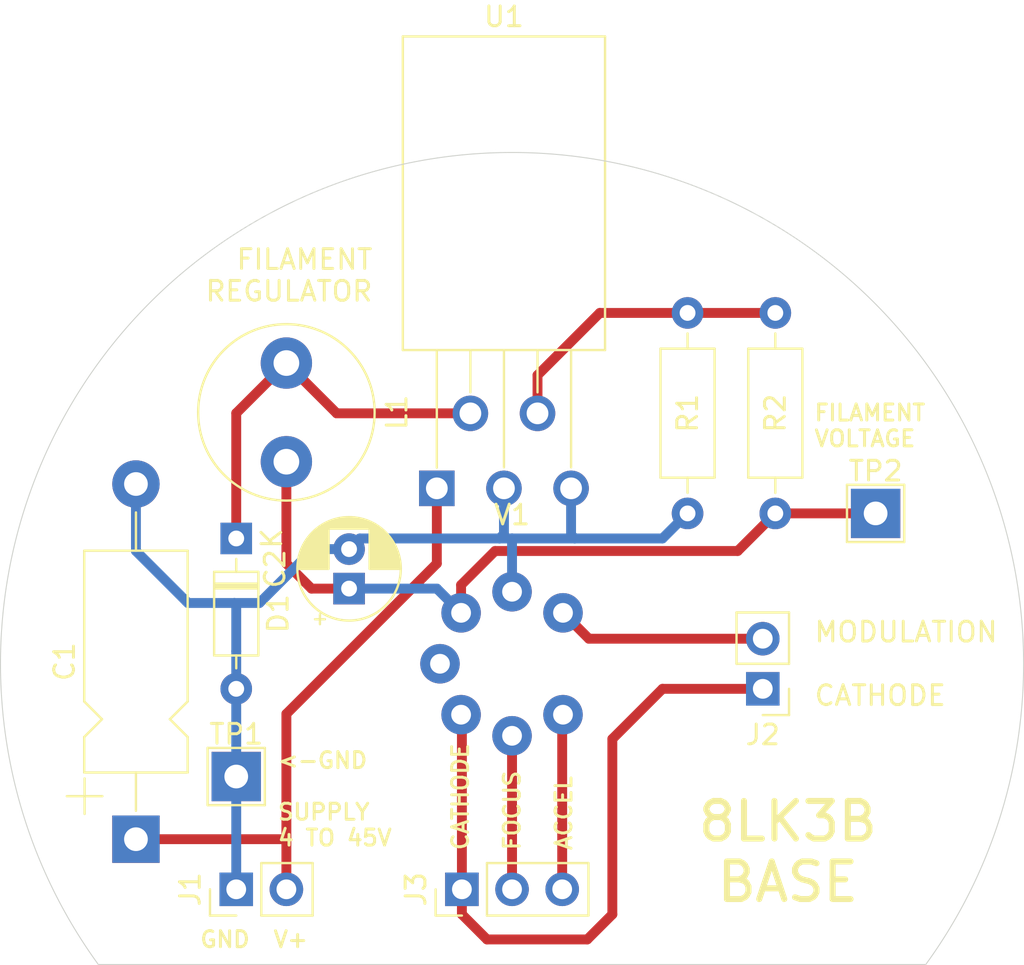
<source format=kicad_pcb>
(kicad_pcb (version 20171130) (host pcbnew "(5.1.8-0-10_14)")

  (general
    (thickness 1.6)
    (drawings 9)
    (tracks 61)
    (zones 0)
    (modules 13)
    (nets 11)
  )

  (page A4)
  (layers
    (0 F.Cu signal)
    (31 B.Cu signal)
    (37 F.SilkS user)
    (38 B.Mask user)
    (39 F.Mask user)
    (44 Edge.Cuts user)
    (45 Margin user)
    (46 B.CrtYd user)
    (47 F.CrtYd user)
    (48 B.Fab user hide)
    (49 F.Fab user hide)
  )

  (setup
    (last_trace_width 0.5)
    (user_trace_width 0.5)
    (trace_clearance 0.2)
    (zone_clearance 0.508)
    (zone_45_only no)
    (trace_min 0.2)
    (via_size 0.8)
    (via_drill 0.4)
    (via_min_size 0.4)
    (via_min_drill 0.3)
    (uvia_size 0.3)
    (uvia_drill 0.1)
    (uvias_allowed no)
    (uvia_min_size 0.2)
    (uvia_min_drill 0.1)
    (edge_width 0.05)
    (segment_width 0.2)
    (pcb_text_width 0.3)
    (pcb_text_size 1.5 1.5)
    (mod_edge_width 0.12)
    (mod_text_size 1 1)
    (mod_text_width 0.15)
    (pad_size 1.524 1.524)
    (pad_drill 0.762)
    (pad_to_mask_clearance 0)
    (aux_axis_origin 0 0)
    (visible_elements FFFFFF7F)
    (pcbplotparams
      (layerselection 0x010fc_ffffffff)
      (usegerberextensions false)
      (usegerberattributes true)
      (usegerberadvancedattributes true)
      (creategerberjobfile true)
      (excludeedgelayer true)
      (linewidth 0.100000)
      (plotframeref false)
      (viasonmask false)
      (mode 1)
      (useauxorigin false)
      (hpglpennumber 1)
      (hpglpenspeed 20)
      (hpglpendiameter 15.000000)
      (psnegative false)
      (psa4output false)
      (plotreference true)
      (plotvalue true)
      (plotinvisibletext false)
      (padsonsilk false)
      (subtractmaskfromsilk false)
      (outputformat 1)
      (mirror false)
      (drillshape 1)
      (scaleselection 1)
      (outputdirectory ""))
  )

  (net 0 "")
  (net 1 "Net-(V1-Pad4)")
  (net 2 GND)
  (net 3 +12V)
  (net 4 "Net-(D1-Pad1)")
  (net 5 "Net-(C2-Pad1)")
  (net 6 "Net-(R1-Pad1)")
  (net 7 "Net-(J2-Pad2)")
  (net 8 "Net-(J2-Pad1)")
  (net 9 "Net-(J3-Pad2)")
  (net 10 "Net-(J3-Pad3)")

  (net_class Default "This is the default net class."
    (clearance 0.2)
    (trace_width 0.25)
    (via_dia 0.8)
    (via_drill 0.4)
    (uvia_dia 0.3)
    (uvia_drill 0.1)
    (add_net +12V)
    (add_net GND)
    (add_net "Net-(C2-Pad1)")
    (add_net "Net-(D1-Pad1)")
    (add_net "Net-(J2-Pad1)")
    (add_net "Net-(J2-Pad2)")
    (add_net "Net-(J3-Pad2)")
    (add_net "Net-(J3-Pad3)")
    (add_net "Net-(R1-Pad1)")
    (add_net "Net-(V1-Pad4)")
  )

  (module TestPoint:TestPoint_THTPad_2.5x2.5mm_Drill1.2mm (layer F.Cu) (tedit 5A0F774F) (tstamp 6040927F)
    (at 121.285 95.25)
    (descr "THT rectangular pad as test Point, square 2.5mm side length, hole diameter 1.2mm")
    (tags "test point THT pad rectangle square")
    (path /6045813A)
    (attr virtual)
    (fp_text reference TP2 (at 0 -2.148) (layer F.SilkS)
      (effects (font (size 1 1) (thickness 0.15)))
    )
    (fp_text value TestPoint (at 0 2.25) (layer F.Fab)
      (effects (font (size 1 1) (thickness 0.15)))
    )
    (fp_text user %R (at 0 -2.15) (layer F.Fab)
      (effects (font (size 1 1) (thickness 0.15)))
    )
    (fp_line (start -1.45 -1.45) (end 1.45 -1.45) (layer F.SilkS) (width 0.12))
    (fp_line (start 1.45 -1.45) (end 1.45 1.45) (layer F.SilkS) (width 0.12))
    (fp_line (start 1.45 1.45) (end -1.45 1.45) (layer F.SilkS) (width 0.12))
    (fp_line (start -1.45 1.45) (end -1.45 -1.45) (layer F.SilkS) (width 0.12))
    (fp_line (start -1.75 -1.75) (end 1.75 -1.75) (layer F.CrtYd) (width 0.05))
    (fp_line (start -1.75 -1.75) (end -1.75 1.75) (layer F.CrtYd) (width 0.05))
    (fp_line (start 1.75 1.75) (end 1.75 -1.75) (layer F.CrtYd) (width 0.05))
    (fp_line (start 1.75 1.75) (end -1.75 1.75) (layer F.CrtYd) (width 0.05))
    (pad 1 thru_hole rect (at 0 0) (size 2.5 2.5) (drill 1.2) (layers *.Cu *.Mask)
      (net 5 "Net-(C2-Pad1)"))
  )

  (module TestPoint:TestPoint_THTPad_2.5x2.5mm_Drill1.2mm (layer F.Cu) (tedit 5A0F774F) (tstamp 60409271)
    (at 88.9 108.585)
    (descr "THT rectangular pad as test Point, square 2.5mm side length, hole diameter 1.2mm")
    (tags "test point THT pad rectangle square")
    (path /6045889E)
    (attr virtual)
    (fp_text reference TP1 (at 0 -2.148) (layer F.SilkS)
      (effects (font (size 1 1) (thickness 0.15)))
    )
    (fp_text value TestPoint (at 0 2.25) (layer F.Fab)
      (effects (font (size 1 1) (thickness 0.15)))
    )
    (fp_text user %R (at 0 -2.15) (layer F.Fab)
      (effects (font (size 1 1) (thickness 0.15)))
    )
    (fp_line (start -1.45 -1.45) (end 1.45 -1.45) (layer F.SilkS) (width 0.12))
    (fp_line (start 1.45 -1.45) (end 1.45 1.45) (layer F.SilkS) (width 0.12))
    (fp_line (start 1.45 1.45) (end -1.45 1.45) (layer F.SilkS) (width 0.12))
    (fp_line (start -1.45 1.45) (end -1.45 -1.45) (layer F.SilkS) (width 0.12))
    (fp_line (start -1.75 -1.75) (end 1.75 -1.75) (layer F.CrtYd) (width 0.05))
    (fp_line (start -1.75 -1.75) (end -1.75 1.75) (layer F.CrtYd) (width 0.05))
    (fp_line (start 1.75 1.75) (end 1.75 -1.75) (layer F.CrtYd) (width 0.05))
    (fp_line (start 1.75 1.75) (end -1.75 1.75) (layer F.CrtYd) (width 0.05))
    (pad 1 thru_hole rect (at 0 0) (size 2.5 2.5) (drill 1.2) (layers *.Cu *.Mask)
      (net 2 GND))
  )

  (module Valve:CRT_8LK3B_Samtec_sockets (layer F.Cu) (tedit 60405902) (tstamp 6040379F)
    (at 102.87 102.87)
    (path /60379FF2)
    (fp_text reference V1 (at 0 -7.545) (layer F.SilkS)
      (effects (font (size 1 1) (thickness 0.15)))
    )
    (fp_text value 8LK3B (at 0 7.545) (layer F.Fab)
      (effects (font (size 1 1) (thickness 0.15)))
    )
    (fp_circle (center 0 0) (end 5.5 0) (layer F.CrtYd) (width 0.05))
    (pad "" np_thru_hole circle (at 0 0) (size 4.4958 4.4958) (drill 4.4958) (layers *.Mask F.Cu))
    (pad 7 thru_hole oval (at 2.580939 -2.580939) (size 2 2) (drill 1) (layers *.Cu *.Mask)
      (net 7 "Net-(J2-Pad2)"))
    (pad 6 thru_hole oval (at 0 -3.65) (size 2 2) (drill 1) (layers *.Cu *.Mask)
      (net 2 GND))
    (pad 5 thru_hole oval (at -2.580939 -2.580939) (size 2 2) (drill 1) (layers *.Cu *.Mask)
      (net 5 "Net-(C2-Pad1)"))
    (pad 4 thru_hole oval (at -3.65 0) (size 2 2) (drill 1) (layers *.Cu *.Mask)
      (net 1 "Net-(V1-Pad4)"))
    (pad 3 thru_hole oval (at -2.580939 2.580939) (size 2 2) (drill 1) (layers *.Cu *.Mask)
      (net 8 "Net-(J2-Pad1)"))
    (pad 2 thru_hole oval (at 0 3.65) (size 2 2) (drill 1) (layers *.Cu *.Mask)
      (net 9 "Net-(J3-Pad2)"))
    (pad 1 thru_hole oval (at 2.580939 2.580939) (size 2 2) (drill 1) (layers *.Cu *.Mask)
      (net 10 "Net-(J3-Pad3)"))
  )

  (module Resistor_THT:R_Axial_DIN0207_L6.3mm_D2.5mm_P10.16mm_Horizontal (layer F.Cu) (tedit 5AE5139B) (tstamp 60405634)
    (at 111.76 85.09 270)
    (descr "Resistor, Axial_DIN0207 series, Axial, Horizontal, pin pitch=10.16mm, 0.25W = 1/4W, length*diameter=6.3*2.5mm^2, http://cdn-reichelt.de/documents/datenblatt/B400/1_4W%23YAG.pdf")
    (tags "Resistor Axial_DIN0207 series Axial Horizontal pin pitch 10.16mm 0.25W = 1/4W length 6.3mm diameter 2.5mm")
    (path /603867ED)
    (fp_text reference R1 (at 5.08 0 90) (layer F.SilkS)
      (effects (font (size 1 1) (thickness 0.15)))
    )
    (fp_text value 1k (at 5.08 2.37 90) (layer F.Fab)
      (effects (font (size 1 1) (thickness 0.15)))
    )
    (fp_text user %R (at 5.08 0 90) (layer F.Fab)
      (effects (font (size 1 1) (thickness 0.15)))
    )
    (fp_line (start 1.93 -1.25) (end 1.93 1.25) (layer F.Fab) (width 0.1))
    (fp_line (start 1.93 1.25) (end 8.23 1.25) (layer F.Fab) (width 0.1))
    (fp_line (start 8.23 1.25) (end 8.23 -1.25) (layer F.Fab) (width 0.1))
    (fp_line (start 8.23 -1.25) (end 1.93 -1.25) (layer F.Fab) (width 0.1))
    (fp_line (start 0 0) (end 1.93 0) (layer F.Fab) (width 0.1))
    (fp_line (start 10.16 0) (end 8.23 0) (layer F.Fab) (width 0.1))
    (fp_line (start 1.81 -1.37) (end 1.81 1.37) (layer F.SilkS) (width 0.12))
    (fp_line (start 1.81 1.37) (end 8.35 1.37) (layer F.SilkS) (width 0.12))
    (fp_line (start 8.35 1.37) (end 8.35 -1.37) (layer F.SilkS) (width 0.12))
    (fp_line (start 8.35 -1.37) (end 1.81 -1.37) (layer F.SilkS) (width 0.12))
    (fp_line (start 1.04 0) (end 1.81 0) (layer F.SilkS) (width 0.12))
    (fp_line (start 9.12 0) (end 8.35 0) (layer F.SilkS) (width 0.12))
    (fp_line (start -1.05 -1.5) (end -1.05 1.5) (layer F.CrtYd) (width 0.05))
    (fp_line (start -1.05 1.5) (end 11.21 1.5) (layer F.CrtYd) (width 0.05))
    (fp_line (start 11.21 1.5) (end 11.21 -1.5) (layer F.CrtYd) (width 0.05))
    (fp_line (start 11.21 -1.5) (end -1.05 -1.5) (layer F.CrtYd) (width 0.05))
    (pad 2 thru_hole oval (at 10.16 0 270) (size 1.6 1.6) (drill 0.8) (layers *.Cu *.Mask)
      (net 2 GND))
    (pad 1 thru_hole circle (at 0 0 270) (size 1.6 1.6) (drill 0.8) (layers *.Cu *.Mask)
      (net 6 "Net-(R1-Pad1)"))
    (model ${KISYS3DMOD}/Resistor_THT.3dshapes/R_Axial_DIN0207_L6.3mm_D2.5mm_P10.16mm_Horizontal.wrl
      (at (xyz 0 0 0))
      (scale (xyz 1 1 1))
      (rotate (xyz 0 0 0))
    )
  )

  (module Resistor_THT:R_Axial_DIN0207_L6.3mm_D2.5mm_P10.16mm_Horizontal (layer F.Cu) (tedit 5AE5139B) (tstamp 604038B5)
    (at 116.205 95.25 90)
    (descr "Resistor, Axial_DIN0207 series, Axial, Horizontal, pin pitch=10.16mm, 0.25W = 1/4W, length*diameter=6.3*2.5mm^2, http://cdn-reichelt.de/documents/datenblatt/B400/1_4W%23YAG.pdf")
    (tags "Resistor Axial_DIN0207 series Axial Horizontal pin pitch 10.16mm 0.25W = 1/4W length 6.3mm diameter 2.5mm")
    (path /6038709D)
    (fp_text reference R2 (at 5.08 0 90) (layer F.SilkS)
      (effects (font (size 1 1) (thickness 0.15)))
    )
    (fp_text value 50 (at 5.08 2.37 90) (layer F.Fab)
      (effects (font (size 1 1) (thickness 0.15)))
    )
    (fp_text user %R (at 5.08 0 90) (layer F.Fab)
      (effects (font (size 1 1) (thickness 0.15)))
    )
    (fp_line (start 1.93 -1.25) (end 1.93 1.25) (layer F.Fab) (width 0.1))
    (fp_line (start 1.93 1.25) (end 8.23 1.25) (layer F.Fab) (width 0.1))
    (fp_line (start 8.23 1.25) (end 8.23 -1.25) (layer F.Fab) (width 0.1))
    (fp_line (start 8.23 -1.25) (end 1.93 -1.25) (layer F.Fab) (width 0.1))
    (fp_line (start 0 0) (end 1.93 0) (layer F.Fab) (width 0.1))
    (fp_line (start 10.16 0) (end 8.23 0) (layer F.Fab) (width 0.1))
    (fp_line (start 1.81 -1.37) (end 1.81 1.37) (layer F.SilkS) (width 0.12))
    (fp_line (start 1.81 1.37) (end 8.35 1.37) (layer F.SilkS) (width 0.12))
    (fp_line (start 8.35 1.37) (end 8.35 -1.37) (layer F.SilkS) (width 0.12))
    (fp_line (start 8.35 -1.37) (end 1.81 -1.37) (layer F.SilkS) (width 0.12))
    (fp_line (start 1.04 0) (end 1.81 0) (layer F.SilkS) (width 0.12))
    (fp_line (start 9.12 0) (end 8.35 0) (layer F.SilkS) (width 0.12))
    (fp_line (start -1.05 -1.5) (end -1.05 1.5) (layer F.CrtYd) (width 0.05))
    (fp_line (start -1.05 1.5) (end 11.21 1.5) (layer F.CrtYd) (width 0.05))
    (fp_line (start 11.21 1.5) (end 11.21 -1.5) (layer F.CrtYd) (width 0.05))
    (fp_line (start 11.21 -1.5) (end -1.05 -1.5) (layer F.CrtYd) (width 0.05))
    (pad 2 thru_hole oval (at 10.16 0 90) (size 1.6 1.6) (drill 0.8) (layers *.Cu *.Mask)
      (net 6 "Net-(R1-Pad1)"))
    (pad 1 thru_hole circle (at 0 0 90) (size 1.6 1.6) (drill 0.8) (layers *.Cu *.Mask)
      (net 5 "Net-(C2-Pad1)"))
    (model ${KISYS3DMOD}/Resistor_THT.3dshapes/R_Axial_DIN0207_L6.3mm_D2.5mm_P10.16mm_Horizontal.wrl
      (at (xyz 0 0 0))
      (scale (xyz 1 1 1))
      (rotate (xyz 0 0 0))
    )
  )

  (module Connector_PinHeader_2.54mm:PinHeader_1x03_P2.54mm_Vertical (layer F.Cu) (tedit 59FED5CC) (tstamp 604044CC)
    (at 100.33 114.3 90)
    (descr "Through hole straight pin header, 1x03, 2.54mm pitch, single row")
    (tags "Through hole pin header THT 1x03 2.54mm single row")
    (path /6040DA31)
    (fp_text reference J3 (at 0 -2.33 90) (layer F.SilkS)
      (effects (font (size 1 1) (thickness 0.15)))
    )
    (fp_text value Conn_01x03_Male (at 0 7.41 90) (layer F.Fab)
      (effects (font (size 1 1) (thickness 0.15)))
    )
    (fp_text user %R (at 0 2.54) (layer F.Fab)
      (effects (font (size 1 1) (thickness 0.15)))
    )
    (fp_line (start -0.635 -1.27) (end 1.27 -1.27) (layer F.Fab) (width 0.1))
    (fp_line (start 1.27 -1.27) (end 1.27 6.35) (layer F.Fab) (width 0.1))
    (fp_line (start 1.27 6.35) (end -1.27 6.35) (layer F.Fab) (width 0.1))
    (fp_line (start -1.27 6.35) (end -1.27 -0.635) (layer F.Fab) (width 0.1))
    (fp_line (start -1.27 -0.635) (end -0.635 -1.27) (layer F.Fab) (width 0.1))
    (fp_line (start -1.33 6.41) (end 1.33 6.41) (layer F.SilkS) (width 0.12))
    (fp_line (start -1.33 1.27) (end -1.33 6.41) (layer F.SilkS) (width 0.12))
    (fp_line (start 1.33 1.27) (end 1.33 6.41) (layer F.SilkS) (width 0.12))
    (fp_line (start -1.33 1.27) (end 1.33 1.27) (layer F.SilkS) (width 0.12))
    (fp_line (start -1.33 0) (end -1.33 -1.33) (layer F.SilkS) (width 0.12))
    (fp_line (start -1.33 -1.33) (end 0 -1.33) (layer F.SilkS) (width 0.12))
    (fp_line (start -1.8 -1.8) (end -1.8 6.85) (layer F.CrtYd) (width 0.05))
    (fp_line (start -1.8 6.85) (end 1.8 6.85) (layer F.CrtYd) (width 0.05))
    (fp_line (start 1.8 6.85) (end 1.8 -1.8) (layer F.CrtYd) (width 0.05))
    (fp_line (start 1.8 -1.8) (end -1.8 -1.8) (layer F.CrtYd) (width 0.05))
    (pad 3 thru_hole oval (at 0 5.08 90) (size 1.7 1.7) (drill 1) (layers *.Cu *.Mask)
      (net 10 "Net-(J3-Pad3)"))
    (pad 2 thru_hole oval (at 0 2.54 90) (size 1.7 1.7) (drill 1) (layers *.Cu *.Mask)
      (net 9 "Net-(J3-Pad2)"))
    (pad 1 thru_hole rect (at 0 0 90) (size 1.7 1.7) (drill 1) (layers *.Cu *.Mask)
      (net 8 "Net-(J2-Pad1)"))
    (model ${KISYS3DMOD}/Connector_PinHeader_2.54mm.3dshapes/PinHeader_1x03_P2.54mm_Vertical.wrl
      (at (xyz 0 0 0))
      (scale (xyz 1 1 1))
      (rotate (xyz 0 0 0))
    )
  )

  (module Connector_PinHeader_2.54mm:PinHeader_1x02_P2.54mm_Vertical (layer F.Cu) (tedit 59FED5CC) (tstamp 604044B5)
    (at 115.57 104.14 180)
    (descr "Through hole straight pin header, 1x02, 2.54mm pitch, single row")
    (tags "Through hole pin header THT 1x02 2.54mm single row")
    (path /6040C71E)
    (fp_text reference J2 (at 0 -2.33) (layer F.SilkS)
      (effects (font (size 1 1) (thickness 0.15)))
    )
    (fp_text value Conn_01x02_Male (at 0 4.87) (layer F.Fab)
      (effects (font (size 1 1) (thickness 0.15)))
    )
    (fp_text user %R (at 0 1.27 90) (layer F.Fab)
      (effects (font (size 1 1) (thickness 0.15)))
    )
    (fp_line (start -0.635 -1.27) (end 1.27 -1.27) (layer F.Fab) (width 0.1))
    (fp_line (start 1.27 -1.27) (end 1.27 3.81) (layer F.Fab) (width 0.1))
    (fp_line (start 1.27 3.81) (end -1.27 3.81) (layer F.Fab) (width 0.1))
    (fp_line (start -1.27 3.81) (end -1.27 -0.635) (layer F.Fab) (width 0.1))
    (fp_line (start -1.27 -0.635) (end -0.635 -1.27) (layer F.Fab) (width 0.1))
    (fp_line (start -1.33 3.87) (end 1.33 3.87) (layer F.SilkS) (width 0.12))
    (fp_line (start -1.33 1.27) (end -1.33 3.87) (layer F.SilkS) (width 0.12))
    (fp_line (start 1.33 1.27) (end 1.33 3.87) (layer F.SilkS) (width 0.12))
    (fp_line (start -1.33 1.27) (end 1.33 1.27) (layer F.SilkS) (width 0.12))
    (fp_line (start -1.33 0) (end -1.33 -1.33) (layer F.SilkS) (width 0.12))
    (fp_line (start -1.33 -1.33) (end 0 -1.33) (layer F.SilkS) (width 0.12))
    (fp_line (start -1.8 -1.8) (end -1.8 4.35) (layer F.CrtYd) (width 0.05))
    (fp_line (start -1.8 4.35) (end 1.8 4.35) (layer F.CrtYd) (width 0.05))
    (fp_line (start 1.8 4.35) (end 1.8 -1.8) (layer F.CrtYd) (width 0.05))
    (fp_line (start 1.8 -1.8) (end -1.8 -1.8) (layer F.CrtYd) (width 0.05))
    (pad 2 thru_hole oval (at 0 2.54 180) (size 1.7 1.7) (drill 1) (layers *.Cu *.Mask)
      (net 7 "Net-(J2-Pad2)"))
    (pad 1 thru_hole rect (at 0 0 180) (size 1.7 1.7) (drill 1) (layers *.Cu *.Mask)
      (net 8 "Net-(J2-Pad1)"))
    (model ${KISYS3DMOD}/Connector_PinHeader_2.54mm.3dshapes/PinHeader_1x02_P2.54mm_Vertical.wrl
      (at (xyz 0 0 0))
      (scale (xyz 1 1 1))
      (rotate (xyz 0 0 0))
    )
  )

  (module Connector_PinHeader_2.54mm:PinHeader_1x02_P2.54mm_Vertical (layer F.Cu) (tedit 59FED5CC) (tstamp 60403764)
    (at 88.9 114.3 90)
    (descr "Through hole straight pin header, 1x02, 2.54mm pitch, single row")
    (tags "Through hole pin header THT 1x02 2.54mm single row")
    (path /604057C9)
    (fp_text reference J1 (at 0 -2.33 90) (layer F.SilkS)
      (effects (font (size 1 1) (thickness 0.15)))
    )
    (fp_text value Conn_01x02_Male (at 0 4.87 90) (layer F.Fab)
      (effects (font (size 1 1) (thickness 0.15)))
    )
    (fp_text user %R (at 0 1.27) (layer F.Fab)
      (effects (font (size 1 1) (thickness 0.15)))
    )
    (fp_line (start -0.635 -1.27) (end 1.27 -1.27) (layer F.Fab) (width 0.1))
    (fp_line (start 1.27 -1.27) (end 1.27 3.81) (layer F.Fab) (width 0.1))
    (fp_line (start 1.27 3.81) (end -1.27 3.81) (layer F.Fab) (width 0.1))
    (fp_line (start -1.27 3.81) (end -1.27 -0.635) (layer F.Fab) (width 0.1))
    (fp_line (start -1.27 -0.635) (end -0.635 -1.27) (layer F.Fab) (width 0.1))
    (fp_line (start -1.33 3.87) (end 1.33 3.87) (layer F.SilkS) (width 0.12))
    (fp_line (start -1.33 1.27) (end -1.33 3.87) (layer F.SilkS) (width 0.12))
    (fp_line (start 1.33 1.27) (end 1.33 3.87) (layer F.SilkS) (width 0.12))
    (fp_line (start -1.33 1.27) (end 1.33 1.27) (layer F.SilkS) (width 0.12))
    (fp_line (start -1.33 0) (end -1.33 -1.33) (layer F.SilkS) (width 0.12))
    (fp_line (start -1.33 -1.33) (end 0 -1.33) (layer F.SilkS) (width 0.12))
    (fp_line (start -1.8 -1.8) (end -1.8 4.35) (layer F.CrtYd) (width 0.05))
    (fp_line (start -1.8 4.35) (end 1.8 4.35) (layer F.CrtYd) (width 0.05))
    (fp_line (start 1.8 4.35) (end 1.8 -1.8) (layer F.CrtYd) (width 0.05))
    (fp_line (start 1.8 -1.8) (end -1.8 -1.8) (layer F.CrtYd) (width 0.05))
    (pad 2 thru_hole oval (at 0 2.54 90) (size 1.7 1.7) (drill 1) (layers *.Cu *.Mask)
      (net 3 +12V))
    (pad 1 thru_hole rect (at 0 0 90) (size 1.7 1.7) (drill 1) (layers *.Cu *.Mask)
      (net 2 GND))
    (model ${KISYS3DMOD}/Connector_PinHeader_2.54mm.3dshapes/PinHeader_1x02_P2.54mm_Vertical.wrl
      (at (xyz 0 0 0))
      (scale (xyz 1 1 1))
      (rotate (xyz 0 0 0))
    )
  )

  (module Capacitor_THT:CP_Radial_D5.0mm_P2.00mm (layer F.Cu) (tedit 5AE50EF0) (tstamp 6040364B)
    (at 94.615 99.06 90)
    (descr "CP, Radial series, Radial, pin pitch=2.00mm, , diameter=5mm, Electrolytic Capacitor")
    (tags "CP Radial series Radial pin pitch 2.00mm  diameter 5mm Electrolytic Capacitor")
    (path /6037ED6B)
    (fp_text reference C2 (at 1 -3.75 90) (layer F.SilkS)
      (effects (font (size 1 1) (thickness 0.15)))
    )
    (fp_text value "22u 10V" (at 1 3.75 90) (layer F.Fab)
      (effects (font (size 1 1) (thickness 0.15)))
    )
    (fp_text user %R (at 1 0 90) (layer F.Fab)
      (effects (font (size 1 1) (thickness 0.15)))
    )
    (fp_circle (center 1 0) (end 3.5 0) (layer F.Fab) (width 0.1))
    (fp_circle (center 1 0) (end 3.62 0) (layer F.SilkS) (width 0.12))
    (fp_circle (center 1 0) (end 3.75 0) (layer F.CrtYd) (width 0.05))
    (fp_line (start -1.133605 -1.0875) (end -0.633605 -1.0875) (layer F.Fab) (width 0.1))
    (fp_line (start -0.883605 -1.3375) (end -0.883605 -0.8375) (layer F.Fab) (width 0.1))
    (fp_line (start 1 1.04) (end 1 2.58) (layer F.SilkS) (width 0.12))
    (fp_line (start 1 -2.58) (end 1 -1.04) (layer F.SilkS) (width 0.12))
    (fp_line (start 1.04 1.04) (end 1.04 2.58) (layer F.SilkS) (width 0.12))
    (fp_line (start 1.04 -2.58) (end 1.04 -1.04) (layer F.SilkS) (width 0.12))
    (fp_line (start 1.08 -2.579) (end 1.08 -1.04) (layer F.SilkS) (width 0.12))
    (fp_line (start 1.08 1.04) (end 1.08 2.579) (layer F.SilkS) (width 0.12))
    (fp_line (start 1.12 -2.578) (end 1.12 -1.04) (layer F.SilkS) (width 0.12))
    (fp_line (start 1.12 1.04) (end 1.12 2.578) (layer F.SilkS) (width 0.12))
    (fp_line (start 1.16 -2.576) (end 1.16 -1.04) (layer F.SilkS) (width 0.12))
    (fp_line (start 1.16 1.04) (end 1.16 2.576) (layer F.SilkS) (width 0.12))
    (fp_line (start 1.2 -2.573) (end 1.2 -1.04) (layer F.SilkS) (width 0.12))
    (fp_line (start 1.2 1.04) (end 1.2 2.573) (layer F.SilkS) (width 0.12))
    (fp_line (start 1.24 -2.569) (end 1.24 -1.04) (layer F.SilkS) (width 0.12))
    (fp_line (start 1.24 1.04) (end 1.24 2.569) (layer F.SilkS) (width 0.12))
    (fp_line (start 1.28 -2.565) (end 1.28 -1.04) (layer F.SilkS) (width 0.12))
    (fp_line (start 1.28 1.04) (end 1.28 2.565) (layer F.SilkS) (width 0.12))
    (fp_line (start 1.32 -2.561) (end 1.32 -1.04) (layer F.SilkS) (width 0.12))
    (fp_line (start 1.32 1.04) (end 1.32 2.561) (layer F.SilkS) (width 0.12))
    (fp_line (start 1.36 -2.556) (end 1.36 -1.04) (layer F.SilkS) (width 0.12))
    (fp_line (start 1.36 1.04) (end 1.36 2.556) (layer F.SilkS) (width 0.12))
    (fp_line (start 1.4 -2.55) (end 1.4 -1.04) (layer F.SilkS) (width 0.12))
    (fp_line (start 1.4 1.04) (end 1.4 2.55) (layer F.SilkS) (width 0.12))
    (fp_line (start 1.44 -2.543) (end 1.44 -1.04) (layer F.SilkS) (width 0.12))
    (fp_line (start 1.44 1.04) (end 1.44 2.543) (layer F.SilkS) (width 0.12))
    (fp_line (start 1.48 -2.536) (end 1.48 -1.04) (layer F.SilkS) (width 0.12))
    (fp_line (start 1.48 1.04) (end 1.48 2.536) (layer F.SilkS) (width 0.12))
    (fp_line (start 1.52 -2.528) (end 1.52 -1.04) (layer F.SilkS) (width 0.12))
    (fp_line (start 1.52 1.04) (end 1.52 2.528) (layer F.SilkS) (width 0.12))
    (fp_line (start 1.56 -2.52) (end 1.56 -1.04) (layer F.SilkS) (width 0.12))
    (fp_line (start 1.56 1.04) (end 1.56 2.52) (layer F.SilkS) (width 0.12))
    (fp_line (start 1.6 -2.511) (end 1.6 -1.04) (layer F.SilkS) (width 0.12))
    (fp_line (start 1.6 1.04) (end 1.6 2.511) (layer F.SilkS) (width 0.12))
    (fp_line (start 1.64 -2.501) (end 1.64 -1.04) (layer F.SilkS) (width 0.12))
    (fp_line (start 1.64 1.04) (end 1.64 2.501) (layer F.SilkS) (width 0.12))
    (fp_line (start 1.68 -2.491) (end 1.68 -1.04) (layer F.SilkS) (width 0.12))
    (fp_line (start 1.68 1.04) (end 1.68 2.491) (layer F.SilkS) (width 0.12))
    (fp_line (start 1.721 -2.48) (end 1.721 -1.04) (layer F.SilkS) (width 0.12))
    (fp_line (start 1.721 1.04) (end 1.721 2.48) (layer F.SilkS) (width 0.12))
    (fp_line (start 1.761 -2.468) (end 1.761 -1.04) (layer F.SilkS) (width 0.12))
    (fp_line (start 1.761 1.04) (end 1.761 2.468) (layer F.SilkS) (width 0.12))
    (fp_line (start 1.801 -2.455) (end 1.801 -1.04) (layer F.SilkS) (width 0.12))
    (fp_line (start 1.801 1.04) (end 1.801 2.455) (layer F.SilkS) (width 0.12))
    (fp_line (start 1.841 -2.442) (end 1.841 -1.04) (layer F.SilkS) (width 0.12))
    (fp_line (start 1.841 1.04) (end 1.841 2.442) (layer F.SilkS) (width 0.12))
    (fp_line (start 1.881 -2.428) (end 1.881 -1.04) (layer F.SilkS) (width 0.12))
    (fp_line (start 1.881 1.04) (end 1.881 2.428) (layer F.SilkS) (width 0.12))
    (fp_line (start 1.921 -2.414) (end 1.921 -1.04) (layer F.SilkS) (width 0.12))
    (fp_line (start 1.921 1.04) (end 1.921 2.414) (layer F.SilkS) (width 0.12))
    (fp_line (start 1.961 -2.398) (end 1.961 -1.04) (layer F.SilkS) (width 0.12))
    (fp_line (start 1.961 1.04) (end 1.961 2.398) (layer F.SilkS) (width 0.12))
    (fp_line (start 2.001 -2.382) (end 2.001 -1.04) (layer F.SilkS) (width 0.12))
    (fp_line (start 2.001 1.04) (end 2.001 2.382) (layer F.SilkS) (width 0.12))
    (fp_line (start 2.041 -2.365) (end 2.041 -1.04) (layer F.SilkS) (width 0.12))
    (fp_line (start 2.041 1.04) (end 2.041 2.365) (layer F.SilkS) (width 0.12))
    (fp_line (start 2.081 -2.348) (end 2.081 -1.04) (layer F.SilkS) (width 0.12))
    (fp_line (start 2.081 1.04) (end 2.081 2.348) (layer F.SilkS) (width 0.12))
    (fp_line (start 2.121 -2.329) (end 2.121 -1.04) (layer F.SilkS) (width 0.12))
    (fp_line (start 2.121 1.04) (end 2.121 2.329) (layer F.SilkS) (width 0.12))
    (fp_line (start 2.161 -2.31) (end 2.161 -1.04) (layer F.SilkS) (width 0.12))
    (fp_line (start 2.161 1.04) (end 2.161 2.31) (layer F.SilkS) (width 0.12))
    (fp_line (start 2.201 -2.29) (end 2.201 -1.04) (layer F.SilkS) (width 0.12))
    (fp_line (start 2.201 1.04) (end 2.201 2.29) (layer F.SilkS) (width 0.12))
    (fp_line (start 2.241 -2.268) (end 2.241 -1.04) (layer F.SilkS) (width 0.12))
    (fp_line (start 2.241 1.04) (end 2.241 2.268) (layer F.SilkS) (width 0.12))
    (fp_line (start 2.281 -2.247) (end 2.281 -1.04) (layer F.SilkS) (width 0.12))
    (fp_line (start 2.281 1.04) (end 2.281 2.247) (layer F.SilkS) (width 0.12))
    (fp_line (start 2.321 -2.224) (end 2.321 -1.04) (layer F.SilkS) (width 0.12))
    (fp_line (start 2.321 1.04) (end 2.321 2.224) (layer F.SilkS) (width 0.12))
    (fp_line (start 2.361 -2.2) (end 2.361 -1.04) (layer F.SilkS) (width 0.12))
    (fp_line (start 2.361 1.04) (end 2.361 2.2) (layer F.SilkS) (width 0.12))
    (fp_line (start 2.401 -2.175) (end 2.401 -1.04) (layer F.SilkS) (width 0.12))
    (fp_line (start 2.401 1.04) (end 2.401 2.175) (layer F.SilkS) (width 0.12))
    (fp_line (start 2.441 -2.149) (end 2.441 -1.04) (layer F.SilkS) (width 0.12))
    (fp_line (start 2.441 1.04) (end 2.441 2.149) (layer F.SilkS) (width 0.12))
    (fp_line (start 2.481 -2.122) (end 2.481 -1.04) (layer F.SilkS) (width 0.12))
    (fp_line (start 2.481 1.04) (end 2.481 2.122) (layer F.SilkS) (width 0.12))
    (fp_line (start 2.521 -2.095) (end 2.521 -1.04) (layer F.SilkS) (width 0.12))
    (fp_line (start 2.521 1.04) (end 2.521 2.095) (layer F.SilkS) (width 0.12))
    (fp_line (start 2.561 -2.065) (end 2.561 -1.04) (layer F.SilkS) (width 0.12))
    (fp_line (start 2.561 1.04) (end 2.561 2.065) (layer F.SilkS) (width 0.12))
    (fp_line (start 2.601 -2.035) (end 2.601 -1.04) (layer F.SilkS) (width 0.12))
    (fp_line (start 2.601 1.04) (end 2.601 2.035) (layer F.SilkS) (width 0.12))
    (fp_line (start 2.641 -2.004) (end 2.641 -1.04) (layer F.SilkS) (width 0.12))
    (fp_line (start 2.641 1.04) (end 2.641 2.004) (layer F.SilkS) (width 0.12))
    (fp_line (start 2.681 -1.971) (end 2.681 -1.04) (layer F.SilkS) (width 0.12))
    (fp_line (start 2.681 1.04) (end 2.681 1.971) (layer F.SilkS) (width 0.12))
    (fp_line (start 2.721 -1.937) (end 2.721 -1.04) (layer F.SilkS) (width 0.12))
    (fp_line (start 2.721 1.04) (end 2.721 1.937) (layer F.SilkS) (width 0.12))
    (fp_line (start 2.761 -1.901) (end 2.761 -1.04) (layer F.SilkS) (width 0.12))
    (fp_line (start 2.761 1.04) (end 2.761 1.901) (layer F.SilkS) (width 0.12))
    (fp_line (start 2.801 -1.864) (end 2.801 -1.04) (layer F.SilkS) (width 0.12))
    (fp_line (start 2.801 1.04) (end 2.801 1.864) (layer F.SilkS) (width 0.12))
    (fp_line (start 2.841 -1.826) (end 2.841 -1.04) (layer F.SilkS) (width 0.12))
    (fp_line (start 2.841 1.04) (end 2.841 1.826) (layer F.SilkS) (width 0.12))
    (fp_line (start 2.881 -1.785) (end 2.881 -1.04) (layer F.SilkS) (width 0.12))
    (fp_line (start 2.881 1.04) (end 2.881 1.785) (layer F.SilkS) (width 0.12))
    (fp_line (start 2.921 -1.743) (end 2.921 -1.04) (layer F.SilkS) (width 0.12))
    (fp_line (start 2.921 1.04) (end 2.921 1.743) (layer F.SilkS) (width 0.12))
    (fp_line (start 2.961 -1.699) (end 2.961 -1.04) (layer F.SilkS) (width 0.12))
    (fp_line (start 2.961 1.04) (end 2.961 1.699) (layer F.SilkS) (width 0.12))
    (fp_line (start 3.001 -1.653) (end 3.001 -1.04) (layer F.SilkS) (width 0.12))
    (fp_line (start 3.001 1.04) (end 3.001 1.653) (layer F.SilkS) (width 0.12))
    (fp_line (start 3.041 -1.605) (end 3.041 1.605) (layer F.SilkS) (width 0.12))
    (fp_line (start 3.081 -1.554) (end 3.081 1.554) (layer F.SilkS) (width 0.12))
    (fp_line (start 3.121 -1.5) (end 3.121 1.5) (layer F.SilkS) (width 0.12))
    (fp_line (start 3.161 -1.443) (end 3.161 1.443) (layer F.SilkS) (width 0.12))
    (fp_line (start 3.201 -1.383) (end 3.201 1.383) (layer F.SilkS) (width 0.12))
    (fp_line (start 3.241 -1.319) (end 3.241 1.319) (layer F.SilkS) (width 0.12))
    (fp_line (start 3.281 -1.251) (end 3.281 1.251) (layer F.SilkS) (width 0.12))
    (fp_line (start 3.321 -1.178) (end 3.321 1.178) (layer F.SilkS) (width 0.12))
    (fp_line (start 3.361 -1.098) (end 3.361 1.098) (layer F.SilkS) (width 0.12))
    (fp_line (start 3.401 -1.011) (end 3.401 1.011) (layer F.SilkS) (width 0.12))
    (fp_line (start 3.441 -0.915) (end 3.441 0.915) (layer F.SilkS) (width 0.12))
    (fp_line (start 3.481 -0.805) (end 3.481 0.805) (layer F.SilkS) (width 0.12))
    (fp_line (start 3.521 -0.677) (end 3.521 0.677) (layer F.SilkS) (width 0.12))
    (fp_line (start 3.561 -0.518) (end 3.561 0.518) (layer F.SilkS) (width 0.12))
    (fp_line (start 3.601 -0.284) (end 3.601 0.284) (layer F.SilkS) (width 0.12))
    (fp_line (start -1.804775 -1.475) (end -1.304775 -1.475) (layer F.SilkS) (width 0.12))
    (fp_line (start -1.554775 -1.725) (end -1.554775 -1.225) (layer F.SilkS) (width 0.12))
    (pad 2 thru_hole circle (at 2 0 90) (size 1.6 1.6) (drill 0.8) (layers *.Cu *.Mask)
      (net 2 GND))
    (pad 1 thru_hole rect (at 0 0 90) (size 1.6 1.6) (drill 0.8) (layers *.Cu *.Mask)
      (net 5 "Net-(C2-Pad1)"))
    (model ${KISYS3DMOD}/Capacitor_THT.3dshapes/CP_Radial_D5.0mm_P2.00mm.wrl
      (at (xyz 0 0 0))
      (scale (xyz 1 1 1))
      (rotate (xyz 0 0 0))
    )
  )

  (module Package_TO_SOT_THT:TO-220-5_P3.4x3.8mm_StaggerOdd_Lead7.13mm_TabDown (layer F.Cu) (tedit 5AF05A31) (tstamp 604037E0)
    (at 99.06 93.98)
    (descr "TO-220-5, Horizontal, RM 1.7mm, Pentawatt, Multiwatt-5, staggered type-1, see http://www.analog.com/media/en/package-pcb-resources/package/pkg_pdf/ltc-legacy-to-220/to-220_5_05-08-1421.pdf?domain=www.linear.com, https://www.diodes.com/assets/Package-Files/TO220-5.pdf")
    (tags "TO-220-5 Horizontal RM 1.7mm Pentawatt Multiwatt-5 staggered type-1")
    (path /6037C4AF)
    (fp_text reference U1 (at 3.4 -23.9) (layer F.SilkS)
      (effects (font (size 1 1) (thickness 0.15)))
    )
    (fp_text value LM2575BT-ADJ (at 3.4 1.9) (layer F.Fab)
      (effects (font (size 1 1) (thickness 0.15)))
    )
    (fp_text user %R (at 3.4 -23.9) (layer F.Fab)
      (effects (font (size 1 1) (thickness 0.15)))
    )
    (fp_circle (center 3.4 -19.98) (end 5.25 -19.98) (layer F.Fab) (width 0.1))
    (fp_line (start -1.6 -16.38) (end -1.6 -22.78) (layer F.Fab) (width 0.1))
    (fp_line (start -1.6 -22.78) (end 8.4 -22.78) (layer F.Fab) (width 0.1))
    (fp_line (start 8.4 -22.78) (end 8.4 -16.38) (layer F.Fab) (width 0.1))
    (fp_line (start 8.4 -16.38) (end -1.6 -16.38) (layer F.Fab) (width 0.1))
    (fp_line (start -1.6 -7.13) (end -1.6 -16.38) (layer F.Fab) (width 0.1))
    (fp_line (start -1.6 -16.38) (end 8.4 -16.38) (layer F.Fab) (width 0.1))
    (fp_line (start 8.4 -16.38) (end 8.4 -7.13) (layer F.Fab) (width 0.1))
    (fp_line (start 8.4 -7.13) (end -1.6 -7.13) (layer F.Fab) (width 0.1))
    (fp_line (start 0 -7.13) (end 0 0) (layer F.Fab) (width 0.1))
    (fp_line (start 1.7 -7.13) (end 1.7 -3.8) (layer F.Fab) (width 0.1))
    (fp_line (start 3.4 -7.13) (end 3.4 0) (layer F.Fab) (width 0.1))
    (fp_line (start 5.1 -7.13) (end 5.1 -3.8) (layer F.Fab) (width 0.1))
    (fp_line (start 6.8 -7.13) (end 6.8 0) (layer F.Fab) (width 0.1))
    (fp_line (start -1.721 -7.01) (end 8.52 -7.01) (layer F.SilkS) (width 0.12))
    (fp_line (start -1.721 -22.9) (end 8.52 -22.9) (layer F.SilkS) (width 0.12))
    (fp_line (start -1.721 -22.9) (end -1.721 -7.01) (layer F.SilkS) (width 0.12))
    (fp_line (start 8.52 -22.9) (end 8.52 -7.01) (layer F.SilkS) (width 0.12))
    (fp_line (start 0 -7.01) (end 0 -1.05) (layer F.SilkS) (width 0.12))
    (fp_line (start 1.7 -7.01) (end 1.7 -4.866) (layer F.SilkS) (width 0.12))
    (fp_line (start 3.4 -7.01) (end 3.4 -1.065) (layer F.SilkS) (width 0.12))
    (fp_line (start 5.1 -7.01) (end 5.1 -4.866) (layer F.SilkS) (width 0.12))
    (fp_line (start 6.8 -7.01) (end 6.8 -1.065) (layer F.SilkS) (width 0.12))
    (fp_line (start -1.85 -23.03) (end -1.85 1.15) (layer F.CrtYd) (width 0.05))
    (fp_line (start -1.85 1.15) (end 8.65 1.15) (layer F.CrtYd) (width 0.05))
    (fp_line (start 8.65 1.15) (end 8.65 -23.03) (layer F.CrtYd) (width 0.05))
    (fp_line (start 8.65 -23.03) (end -1.85 -23.03) (layer F.CrtYd) (width 0.05))
    (pad 5 thru_hole oval (at 6.8 0) (size 1.8 1.8) (drill 1.1) (layers *.Cu *.Mask)
      (net 2 GND))
    (pad 4 thru_hole oval (at 5.1 -3.8) (size 1.8 1.8) (drill 1.1) (layers *.Cu *.Mask)
      (net 6 "Net-(R1-Pad1)"))
    (pad 3 thru_hole oval (at 3.4 0) (size 1.8 1.8) (drill 1.1) (layers *.Cu *.Mask)
      (net 2 GND))
    (pad 2 thru_hole oval (at 1.7 -3.8) (size 1.8 1.8) (drill 1.1) (layers *.Cu *.Mask)
      (net 4 "Net-(D1-Pad1)"))
    (pad 1 thru_hole rect (at 0 0) (size 1.8 1.8) (drill 1.1) (layers *.Cu *.Mask)
      (net 3 +12V))
    (pad "" np_thru_hole oval (at 3.4 -19.98) (size 3.5 3.5) (drill 3.5) (layers *.Cu *.Mask))
    (model ${KISYS3DMOD}/Package_TO_SOT_THT.3dshapes/TO-220-5_P3.4x3.8mm_StaggerOdd_Lead7.13mm_TabDown.wrl
      (at (xyz 0 0 0))
      (scale (xyz 1 1 1))
      (rotate (xyz 0 0 0))
    )
  )

  (module Inductor_THT:L_Radial_D8.7mm_P5.00mm_Fastron_07HCP (layer F.Cu) (tedit 5AE59B06) (tstamp 6040392C)
    (at 91.44 87.63 270)
    (descr "Inductor, Radial series, Radial, pin pitch=5.00mm, , diameter=8.7mm, Fastron, 07HCP, http://cdn-reichelt.de/documents/datenblatt/B400/DS_07HCP.pdf")
    (tags "Inductor Radial series Radial pin pitch 5.00mm  diameter 8.7mm Fastron 07HCP")
    (path /603840C8)
    (fp_text reference L1 (at 2.5 -5.6 90) (layer F.SilkS)
      (effects (font (size 1 1) (thickness 0.15)))
    )
    (fp_text value 220u (at 2.5 5.6 90) (layer F.Fab)
      (effects (font (size 1 1) (thickness 0.15)))
    )
    (fp_text user %R (at 2.5 0 90) (layer F.Fab)
      (effects (font (size 1 1) (thickness 0.15)))
    )
    (fp_circle (center 2.5 0) (end 6.85 0) (layer F.Fab) (width 0.1))
    (fp_circle (center 2.5 0) (end 6.97 0) (layer F.SilkS) (width 0.12))
    (fp_circle (center 2.5 0) (end 7.1 0) (layer F.CrtYd) (width 0.05))
    (pad 2 thru_hole circle (at 5 0 270) (size 2.6 2.6) (drill 1.3) (layers *.Cu *.Mask)
      (net 5 "Net-(C2-Pad1)"))
    (pad 1 thru_hole circle (at 0 0 270) (size 2.6 2.6) (drill 1.3) (layers *.Cu *.Mask)
      (net 4 "Net-(D1-Pad1)"))
    (model ${KISYS3DMOD}/Inductor_THT.3dshapes/L_Radial_D8.7mm_P5.00mm_Fastron_07HCP.wrl
      (at (xyz 0 0 0))
      (scale (xyz 1 1 1))
      (rotate (xyz 0 0 0))
    )
  )

  (module Diode_THT:D_DO-35_SOD27_P7.62mm_Horizontal (layer F.Cu) (tedit 5AE50CD5) (tstamp 6040395C)
    (at 88.9 96.52 270)
    (descr "Diode, DO-35_SOD27 series, Axial, Horizontal, pin pitch=7.62mm, , length*diameter=4*2mm^2, , http://www.diodes.com/_files/packages/DO-35.pdf")
    (tags "Diode DO-35_SOD27 series Axial Horizontal pin pitch 7.62mm  length 4mm diameter 2mm")
    (path /6037F902)
    (fp_text reference D1 (at 3.81 -2.12 90) (layer F.SilkS)
      (effects (font (size 1 1) (thickness 0.15)))
    )
    (fp_text value SD103A (at 3.81 2.12 90) (layer F.Fab)
      (effects (font (size 1 1) (thickness 0.15)))
    )
    (fp_text user K (at 0 -1.8 90) (layer F.SilkS)
      (effects (font (size 1 1) (thickness 0.15)))
    )
    (fp_text user K (at 0 -1.8 90) (layer F.Fab)
      (effects (font (size 1 1) (thickness 0.15)))
    )
    (fp_text user %R (at 4.11 0 90) (layer F.Fab)
      (effects (font (size 0.8 0.8) (thickness 0.12)))
    )
    (fp_line (start 1.81 -1) (end 1.81 1) (layer F.Fab) (width 0.1))
    (fp_line (start 1.81 1) (end 5.81 1) (layer F.Fab) (width 0.1))
    (fp_line (start 5.81 1) (end 5.81 -1) (layer F.Fab) (width 0.1))
    (fp_line (start 5.81 -1) (end 1.81 -1) (layer F.Fab) (width 0.1))
    (fp_line (start 0 0) (end 1.81 0) (layer F.Fab) (width 0.1))
    (fp_line (start 7.62 0) (end 5.81 0) (layer F.Fab) (width 0.1))
    (fp_line (start 2.41 -1) (end 2.41 1) (layer F.Fab) (width 0.1))
    (fp_line (start 2.51 -1) (end 2.51 1) (layer F.Fab) (width 0.1))
    (fp_line (start 2.31 -1) (end 2.31 1) (layer F.Fab) (width 0.1))
    (fp_line (start 1.69 -1.12) (end 1.69 1.12) (layer F.SilkS) (width 0.12))
    (fp_line (start 1.69 1.12) (end 5.93 1.12) (layer F.SilkS) (width 0.12))
    (fp_line (start 5.93 1.12) (end 5.93 -1.12) (layer F.SilkS) (width 0.12))
    (fp_line (start 5.93 -1.12) (end 1.69 -1.12) (layer F.SilkS) (width 0.12))
    (fp_line (start 1.04 0) (end 1.69 0) (layer F.SilkS) (width 0.12))
    (fp_line (start 6.58 0) (end 5.93 0) (layer F.SilkS) (width 0.12))
    (fp_line (start 2.41 -1.12) (end 2.41 1.12) (layer F.SilkS) (width 0.12))
    (fp_line (start 2.53 -1.12) (end 2.53 1.12) (layer F.SilkS) (width 0.12))
    (fp_line (start 2.29 -1.12) (end 2.29 1.12) (layer F.SilkS) (width 0.12))
    (fp_line (start -1.05 -1.25) (end -1.05 1.25) (layer F.CrtYd) (width 0.05))
    (fp_line (start -1.05 1.25) (end 8.67 1.25) (layer F.CrtYd) (width 0.05))
    (fp_line (start 8.67 1.25) (end 8.67 -1.25) (layer F.CrtYd) (width 0.05))
    (fp_line (start 8.67 -1.25) (end -1.05 -1.25) (layer F.CrtYd) (width 0.05))
    (pad 2 thru_hole oval (at 7.62 0 270) (size 1.6 1.6) (drill 0.8) (layers *.Cu *.Mask)
      (net 2 GND))
    (pad 1 thru_hole rect (at 0 0 270) (size 1.6 1.6) (drill 0.8) (layers *.Cu *.Mask)
      (net 4 "Net-(D1-Pad1)"))
    (model ${KISYS3DMOD}/Diode_THT.3dshapes/D_DO-35_SOD27_P7.62mm_Horizontal.wrl
      (at (xyz 0 0 0))
      (scale (xyz 1 1 1))
      (rotate (xyz 0 0 0))
    )
  )

  (module Capacitor_THT:CP_Axial_L11.0mm_D5.0mm_P18.00mm_Horizontal (layer F.Cu) (tedit 5AE50EF2) (tstamp 60403853)
    (at 83.82 111.76 90)
    (descr "CP, Axial series, Axial, Horizontal, pin pitch=18mm, , length*diameter=11*5mm^2, Electrolytic Capacitor")
    (tags "CP Axial series Axial Horizontal pin pitch 18mm  length 11mm diameter 5mm Electrolytic Capacitor")
    (path /6037DC7E)
    (fp_text reference C1 (at 9 -3.62 90) (layer F.SilkS)
      (effects (font (size 1 1) (thickness 0.15)))
    )
    (fp_text value "10u 50V" (at 9 3.62 90) (layer F.Fab)
      (effects (font (size 1 1) (thickness 0.15)))
    )
    (fp_text user %R (at 9 0 90) (layer F.Fab)
      (effects (font (size 1 1) (thickness 0.15)))
    )
    (fp_line (start 3.5 -2.5) (end 3.5 2.5) (layer F.Fab) (width 0.1))
    (fp_line (start 14.5 -2.5) (end 14.5 2.5) (layer F.Fab) (width 0.1))
    (fp_line (start 3.5 -2.5) (end 5.18 -2.5) (layer F.Fab) (width 0.1))
    (fp_line (start 5.18 -2.5) (end 6.08 -1.6) (layer F.Fab) (width 0.1))
    (fp_line (start 6.08 -1.6) (end 6.98 -2.5) (layer F.Fab) (width 0.1))
    (fp_line (start 6.98 -2.5) (end 14.5 -2.5) (layer F.Fab) (width 0.1))
    (fp_line (start 3.5 2.5) (end 5.18 2.5) (layer F.Fab) (width 0.1))
    (fp_line (start 5.18 2.5) (end 6.08 1.6) (layer F.Fab) (width 0.1))
    (fp_line (start 6.08 1.6) (end 6.98 2.5) (layer F.Fab) (width 0.1))
    (fp_line (start 6.98 2.5) (end 14.5 2.5) (layer F.Fab) (width 0.1))
    (fp_line (start 0 0) (end 3.5 0) (layer F.Fab) (width 0.1))
    (fp_line (start 18 0) (end 14.5 0) (layer F.Fab) (width 0.1))
    (fp_line (start 5.2 0) (end 7 0) (layer F.Fab) (width 0.1))
    (fp_line (start 6.1 -0.9) (end 6.1 0.9) (layer F.Fab) (width 0.1))
    (fp_line (start 1.28 -2.6) (end 3.08 -2.6) (layer F.SilkS) (width 0.12))
    (fp_line (start 2.18 -3.5) (end 2.18 -1.7) (layer F.SilkS) (width 0.12))
    (fp_line (start 3.38 -2.62) (end 3.38 2.62) (layer F.SilkS) (width 0.12))
    (fp_line (start 14.62 -2.62) (end 14.62 2.62) (layer F.SilkS) (width 0.12))
    (fp_line (start 3.38 -2.62) (end 5.18 -2.62) (layer F.SilkS) (width 0.12))
    (fp_line (start 5.18 -2.62) (end 6.08 -1.72) (layer F.SilkS) (width 0.12))
    (fp_line (start 6.08 -1.72) (end 6.98 -2.62) (layer F.SilkS) (width 0.12))
    (fp_line (start 6.98 -2.62) (end 14.62 -2.62) (layer F.SilkS) (width 0.12))
    (fp_line (start 3.38 2.62) (end 5.18 2.62) (layer F.SilkS) (width 0.12))
    (fp_line (start 5.18 2.62) (end 6.08 1.72) (layer F.SilkS) (width 0.12))
    (fp_line (start 6.08 1.72) (end 6.98 2.62) (layer F.SilkS) (width 0.12))
    (fp_line (start 6.98 2.62) (end 14.62 2.62) (layer F.SilkS) (width 0.12))
    (fp_line (start 1.44 0) (end 3.38 0) (layer F.SilkS) (width 0.12))
    (fp_line (start 16.56 0) (end 14.62 0) (layer F.SilkS) (width 0.12))
    (fp_line (start -1.45 -2.75) (end -1.45 2.75) (layer F.CrtYd) (width 0.05))
    (fp_line (start -1.45 2.75) (end 19.45 2.75) (layer F.CrtYd) (width 0.05))
    (fp_line (start 19.45 2.75) (end 19.45 -2.75) (layer F.CrtYd) (width 0.05))
    (fp_line (start 19.45 -2.75) (end -1.45 -2.75) (layer F.CrtYd) (width 0.05))
    (pad 2 thru_hole oval (at 18 0 90) (size 2.4 2.4) (drill 1.2) (layers *.Cu *.Mask)
      (net 2 GND))
    (pad 1 thru_hole rect (at 0 0 90) (size 2.4 2.4) (drill 1.2) (layers *.Cu *.Mask)
      (net 3 +12V))
    (model ${KISYS3DMOD}/Capacitor_THT.3dshapes/CP_Axial_L11.0mm_D5.0mm_P18.00mm_Horizontal.wrl
      (at (xyz 0 0 0))
      (scale (xyz 1 1 1))
      (rotate (xyz 0 0 0))
    )
  )

  (gr_text "<-GND\n\nSUPPLY\n4 TO 45V" (at 90.932 109.728) (layer F.SilkS)
    (effects (font (size 0.8128 0.8128) (thickness 0.15)) (justify left))
  )
  (gr_text "FILAMENT\nVOLTAGE " (at 118.11 90.805) (layer F.SilkS)
    (effects (font (size 0.8128 0.8128) (thickness 0.15)) (justify left))
  )
  (gr_line (start 123.824999 118.109999) (end 81.915001 118.109999) (layer Edge.Cuts) (width 0.05) (tstamp 60405585))
  (gr_arc (start 102.87 102.87) (end 123.824999 118.109999) (angle -252.0547468) (layer Edge.Cuts) (width 0.05))
  (gr_text "8LK3B\nBASE" (at 116.84 112.395) (layer F.SilkS)
    (effects (font (size 1.905 1.905) (thickness 0.3048)))
  )
  (gr_text "FILAMENT\nREGULATOR" (at 95.885 83.185) (layer F.SilkS)
    (effects (font (size 1 1) (thickness 0.15)) (justify right))
  )
  (gr_text "GND  V+" (at 86.995 116.84) (layer F.SilkS)
    (effects (font (size 0.8128 0.8128) (thickness 0.15)) (justify left))
  )
  (gr_text "CATHODE\n\nFOCUS\n\nACCEL" (at 102.87 112.395 90) (layer F.SilkS)
    (effects (font (size 0.8128 0.8128) (thickness 0.15)) (justify left))
  )
  (gr_text "MODULATION\n\nCATHODE\n" (at 118.11 102.87) (layer F.SilkS)
    (effects (font (size 1 1) (thickness 0.15)) (justify left))
  )

  (segment (start 88.9 104.14) (end 88.9 102.235) (width 0.5) (layer B.Cu) (net 2))
  (segment (start 83.82 97.155) (end 83.82 93.76) (width 0.5) (layer B.Cu) (net 2))
  (segment (start 86.455 99.79) (end 86.36 99.695) (width 0.5) (layer B.Cu) (net 2))
  (segment (start 86.36 99.695) (end 83.82 97.155) (width 0.5) (layer B.Cu) (net 2))
  (segment (start 88.9 99.885) (end 88.805 99.79) (width 0.5) (layer B.Cu) (net 2))
  (segment (start 88.9 102.235) (end 88.9 99.885) (width 0.5) (layer B.Cu) (net 2))
  (segment (start 88.805 99.79) (end 86.455 99.79) (width 0.5) (layer B.Cu) (net 2))
  (segment (start 110.49 96.52) (end 111.76 95.25) (width 0.5) (layer B.Cu) (net 2))
  (segment (start 102.46 93.98) (end 102.46 96.295) (width 0.5) (layer B.Cu) (net 2))
  (segment (start 102.46 96.295) (end 102.235 96.52) (width 0.5) (layer B.Cu) (net 2))
  (segment (start 105.86 96.335) (end 106.045 96.52) (width 0.5) (layer B.Cu) (net 2))
  (segment (start 105.86 93.98) (end 105.86 96.335) (width 0.5) (layer B.Cu) (net 2))
  (segment (start 106.045 96.52) (end 110.49 96.52) (width 0.5) (layer B.Cu) (net 2))
  (segment (start 102.87 96.52) (end 106.045 96.52) (width 0.5) (layer B.Cu) (net 2))
  (segment (start 102.235 96.52) (end 102.87 96.52) (width 0.5) (layer B.Cu) (net 2))
  (segment (start 102.87 99.22) (end 102.87 96.52) (width 0.5) (layer B.Cu) (net 2))
  (segment (start 95.155 96.52) (end 94.615 97.06) (width 0.5) (layer B.Cu) (net 2))
  (segment (start 102.235 96.52) (end 95.155 96.52) (width 0.5) (layer B.Cu) (net 2))
  (segment (start 88.805 99.79) (end 90.075 99.79) (width 0.5) (layer B.Cu) (net 2))
  (segment (start 92.805 97.06) (end 94.615 97.06) (width 0.5) (layer B.Cu) (net 2))
  (segment (start 90.075 99.79) (end 92.805 97.06) (width 0.5) (layer B.Cu) (net 2))
  (segment (start 88.9 104.14) (end 88.9 114.3) (width 0.5) (layer B.Cu) (net 2))
  (segment (start 83.82 111.76) (end 91.44 111.76) (width 0.5) (layer F.Cu) (net 3))
  (segment (start 91.44 111.76) (end 91.44 114.3) (width 0.5) (layer F.Cu) (net 3))
  (segment (start 99.06 97.79) (end 99.06 93.98) (width 0.5) (layer F.Cu) (net 3))
  (segment (start 91.44 105.41) (end 99.06 97.79) (width 0.5) (layer F.Cu) (net 3))
  (segment (start 91.44 111.76) (end 91.44 105.41) (width 0.5) (layer F.Cu) (net 3))
  (segment (start 93.99 90.18) (end 91.44 87.63) (width 0.5) (layer F.Cu) (net 4))
  (segment (start 100.76 90.18) (end 93.99 90.18) (width 0.5) (layer F.Cu) (net 4))
  (segment (start 88.9 90.17) (end 91.44 87.63) (width 0.5) (layer F.Cu) (net 4))
  (segment (start 88.9 96.52) (end 88.9 90.17) (width 0.5) (layer F.Cu) (net 4))
  (segment (start 99.06 99.06) (end 100.289061 100.289061) (width 0.5) (layer B.Cu) (net 5))
  (segment (start 94.615 99.06) (end 99.06 99.06) (width 0.5) (layer B.Cu) (net 5))
  (segment (start 114.3 97.155) (end 102.008909 97.155) (width 0.5) (layer F.Cu) (net 5))
  (segment (start 100.289061 98.874848) (end 100.289061 100.289061) (width 0.5) (layer F.Cu) (net 5))
  (segment (start 102.008909 97.155) (end 100.289061 98.874848) (width 0.5) (layer F.Cu) (net 5))
  (segment (start 116.205 95.25) (end 114.3 97.155) (width 0.5) (layer F.Cu) (net 5))
  (segment (start 91.44 92.63) (end 91.44 97.79) (width 0.5) (layer F.Cu) (net 5))
  (segment (start 92.71 99.06) (end 94.615 99.06) (width 0.5) (layer F.Cu) (net 5))
  (segment (start 91.44 97.79) (end 92.71 99.06) (width 0.5) (layer F.Cu) (net 5))
  (segment (start 116.205 95.25) (end 121.285 95.25) (width 0.5) (layer F.Cu) (net 5))
  (segment (start 111.76 85.09) (end 107.315 85.09) (width 0.5) (layer F.Cu) (net 6))
  (segment (start 104.16 88.245) (end 104.16 90.18) (width 0.5) (layer F.Cu) (net 6))
  (segment (start 107.315 85.09) (end 104.16 88.245) (width 0.5) (layer F.Cu) (net 6))
  (segment (start 116.205 85.09) (end 111.76 85.09) (width 0.5) (layer F.Cu) (net 6))
  (segment (start 106.761878 101.6) (end 105.450939 100.289061) (width 0.5) (layer F.Cu) (net 7))
  (segment (start 115.57 101.6) (end 106.761878 101.6) (width 0.5) (layer F.Cu) (net 7))
  (segment (start 100.33 105.41) (end 100.465837 105.274163) (width 0.5) (layer F.Cu) (net 8))
  (segment (start 100.33 114.3) (end 100.33 115.57) (width 0.5) (layer F.Cu) (net 8))
  (segment (start 100.33 115.57) (end 101.6 116.84) (width 0.5) (layer F.Cu) (net 8))
  (segment (start 101.6 116.84) (end 106.68 116.84) (width 0.5) (layer F.Cu) (net 8))
  (segment (start 106.68 116.84) (end 107.95 115.57) (width 0.5) (layer F.Cu) (net 8))
  (segment (start 107.95 115.57) (end 107.95 106.68) (width 0.5) (layer F.Cu) (net 8))
  (segment (start 110.49 104.14) (end 115.57 104.14) (width 0.5) (layer F.Cu) (net 8))
  (segment (start 107.95 106.68) (end 110.49 104.14) (width 0.5) (layer F.Cu) (net 8))
  (segment (start 100.33 105.491878) (end 100.289061 105.450939) (width 0.5) (layer F.Cu) (net 8))
  (segment (start 100.33 114.3) (end 100.33 105.491878) (width 0.5) (layer F.Cu) (net 8))
  (segment (start 102.87 114.3) (end 102.87 106.52) (width 0.5) (layer F.Cu) (net 9))
  (segment (start 105.41 105.41) (end 105.274163 105.274163) (width 0.5) (layer F.Cu) (net 10))
  (segment (start 105.41 105.491878) (end 105.450939 105.450939) (width 0.5) (layer F.Cu) (net 10))
  (segment (start 105.41 114.3) (end 105.41 105.491878) (width 0.5) (layer F.Cu) (net 10))

)

</source>
